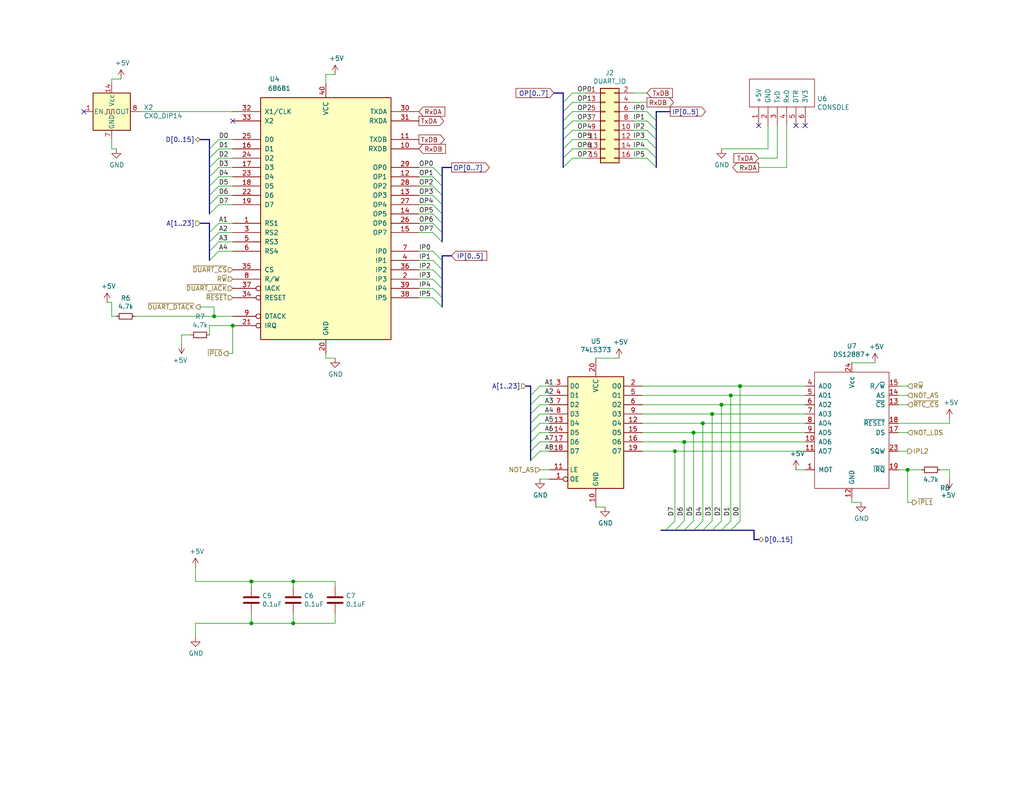
<source format=kicad_sch>
(kicad_sch (version 20211123) (generator eeschema)
  (paper "USLetter")
  (lib_symbols
    (symbol "74xx:74LS373"
      (property "Reference" "U" (at -7.62 16.51 0))
      (property "Value" "74LS373" (at -7.62 -16.51 0))
      (symbol "74LS373_1_0"
        (pin input inverted (at -12.7 -12.7 0) (length 5.08) (name "OE") (number "1"))
        (pin power_in line (at 0 -20.32 90) (length 5.08) (name "GND") (number "10"))
        (pin input line (at -12.7 -10.16 0) (length 5.08) (name "LE") (number "11"))
        (pin tri_state line (at 12.7 2.54 180) (length 5.08) (name "O4") (number "12"))
        (pin input line (at -12.7 2.54 0) (length 5.08) (name "D4") (number "13"))
        (pin input line (at -12.7 0 0) (length 5.08) (name "D5") (number "14"))
        (pin tri_state line (at 12.7 0 180) (length 5.08) (name "O5") (number "15"))
        (pin tri_state line (at 12.7 -2.54 180) (length 5.08) (name "O6") (number "16"))
        (pin input line (at -12.7 -2.54 0) (length 5.08) (name "D6") (number "17"))
        (pin input line (at -12.7 -5.08 0) (length 5.08) (name "D7") (number "18"))
        (pin tri_state line (at 12.7 -5.08 180) (length 5.08) (name "O7") (number "19"))
        (pin tri_state line (at 12.7 12.7 180) (length 5.08) (name "O0") (number "2"))
        (pin power_in line (at 0 20.32 270) (length 5.08) (name "VCC") (number "20"))
        (pin input line (at -12.7 12.7 0) (length 5.08) (name "D0") (number "3"))
        (pin input line (at -12.7 10.16 0) (length 5.08) (name "D1") (number "4"))
        (pin tri_state line (at 12.7 10.16 180) (length 5.08) (name "O1") (number "5"))
        (pin tri_state line (at 12.7 7.62 180) (length 5.08) (name "O2") (number "6"))
        (pin input line (at -12.7 7.62 0) (length 5.08) (name "D2") (number "7"))
        (pin input line (at -12.7 5.08 0) (length 5.08) (name "D3") (number "8"))
        (pin tri_state line (at 12.7 5.08 180) (length 5.08) (name "O3") (number "9"))
      )
      (symbol "74LS373_1_1"
        (rectangle (start -7.62 15.24) (end 7.62 -15.24) (stroke (width 0.254)) (fill (type background)))
      )
    )
    (symbol "Connector_Generic:Conn_02x08_Odd_Even" (pin_names (offset 1.016) hide)
      (property "Reference" "J" (at 1.27 10.16 0))
      (property "Value" "Conn_02x08_Odd_Even" (at 1.27 -12.7 0))
      (symbol "Conn_02x08_Odd_Even_1_1"
        (rectangle (start -1.27 -10.033) (end 0 -10.287) (stroke (width 0.1524)))
        (rectangle (start -1.27 -7.493) (end 0 -7.747) (stroke (width 0.1524)))
        (rectangle (start -1.27 -4.953) (end 0 -5.207) (stroke (width 0.1524)))
        (rectangle (start -1.27 -2.413) (end 0 -2.667) (stroke (width 0.1524)))
        (rectangle (start -1.27 0.127) (end 0 -0.127) (stroke (width 0.1524)))
        (rectangle (start -1.27 2.667) (end 0 2.413) (stroke (width 0.1524)))
        (rectangle (start -1.27 5.207) (end 0 4.953) (stroke (width 0.1524)))
        (rectangle (start -1.27 7.747) (end 0 7.493) (stroke (width 0.1524)))
        (rectangle (start -1.27 8.89) (end 3.81 -11.43) (stroke (width 0.254)) (fill (type background)))
        (rectangle (start 3.81 -10.033) (end 2.54 -10.287) (stroke (width 0.1524)))
        (rectangle (start 3.81 -7.493) (end 2.54 -7.747) (stroke (width 0.1524)))
        (rectangle (start 3.81 -4.953) (end 2.54 -5.207) (stroke (width 0.1524)))
        (rectangle (start 3.81 -2.413) (end 2.54 -2.667) (stroke (width 0.1524)))
        (rectangle (start 3.81 0.127) (end 2.54 -0.127) (stroke (width 0.1524)))
        (rectangle (start 3.81 2.667) (end 2.54 2.413) (stroke (width 0.1524)))
        (rectangle (start 3.81 5.207) (end 2.54 4.953) (stroke (width 0.1524)))
        (rectangle (start 3.81 7.747) (end 2.54 7.493) (stroke (width 0.1524)))
        (pin passive line (at -5.08 7.62 0) (length 3.81) (name "Pin_1") (number "1"))
        (pin passive line (at 7.62 -2.54 180) (length 3.81) (name "Pin_10") (number "10"))
        (pin passive line (at -5.08 -5.08 0) (length 3.81) (name "Pin_11") (number "11"))
        (pin passive line (at 7.62 -5.08 180) (length 3.81) (name "Pin_12") (number "12"))
        (pin passive line (at -5.08 -7.62 0) (length 3.81) (name "Pin_13") (number "13"))
        (pin passive line (at 7.62 -7.62 180) (length 3.81) (name "Pin_14") (number "14"))
        (pin passive line (at -5.08 -10.16 0) (length 3.81) (name "Pin_15") (number "15"))
        (pin passive line (at 7.62 -10.16 180) (length 3.81) (name "Pin_16") (number "16"))
        (pin passive line (at 7.62 7.62 180) (length 3.81) (name "Pin_2") (number "2"))
        (pin passive line (at -5.08 5.08 0) (length 3.81) (name "Pin_3") (number "3"))
        (pin passive line (at 7.62 5.08 180) (length 3.81) (name "Pin_4") (number "4"))
        (pin passive line (at -5.08 2.54 0) (length 3.81) (name "Pin_5") (number "5"))
        (pin passive line (at 7.62 2.54 180) (length 3.81) (name "Pin_6") (number "6"))
        (pin passive line (at -5.08 0 0) (length 3.81) (name "Pin_7") (number "7"))
        (pin passive line (at 7.62 0 180) (length 3.81) (name "Pin_8") (number "8"))
        (pin passive line (at -5.08 -2.54 0) (length 3.81) (name "Pin_9") (number "9"))
      )
    )
    (symbol "Device:C" (pin_numbers hide) (pin_names (offset 0.254))
      (property "Reference" "C" (at 0.635 2.54 0))
      (property "Value" "C" (at 0.635 -2.54 0))
      (symbol "C_0_1"
        (polyline (pts (xy -2.032 -0.762) (xy 2.032 -0.762)) (stroke (width 0.508)))
        (polyline (pts (xy -2.032 0.762) (xy 2.032 0.762)) (stroke (width 0.508)))
      )
      (symbol "C_1_1"
        (pin passive line (at 0 3.81 270) (length 2.794) (name "~") (number "1"))
        (pin passive line (at 0 -3.81 90) (length 2.794) (name "~") (number "2"))
      )
    )
    (symbol "Device:R_Small" (pin_numbers hide) (pin_names (offset 0.254) hide)
      (property "Reference" "R" (at 0.762 0.508 0))
      (property "Value" "R_Small" (at 0.762 -1.016 0))
      (symbol "R_Small_0_1"
        (rectangle (start -0.762 1.778) (end 0.762 -1.778) (stroke (width 0.2032)))
      )
      (symbol "R_Small_1_1"
        (pin passive line (at 0 2.54 270) (length 0.762) (name "~") (number "1"))
        (pin passive line (at 0 -2.54 90) (length 0.762) (name "~") (number "2"))
      )
    )
    (symbol "Interface:68681" (pin_names (offset 1.016))
      (property "Reference" "U" (at 0 3.81 0))
      (property "Value" "68681" (at 0 -2.54 0))
      (symbol "68681_0_1"
        (rectangle (start -17.78 -31.75) (end 17.78 34.29) (stroke (width 0.254)) (fill (type background)))
      )
      (symbol "68681_1_1"
        (pin input line (at -25.4 0 0) (length 7.62) (name "RS1") (number "1"))
        (pin input line (at 25.4 20.32 180) (length 7.62) (name "RXDB") (number "10"))
        (pin output line (at 25.4 22.86 180) (length 7.62) (name "TXDB") (number "11"))
        (pin output line (at 25.4 12.7 180) (length 7.62) (name "OP1") (number "12"))
        (pin output line (at 25.4 7.62 180) (length 7.62) (name "OP3") (number "13"))
        (pin output line (at 25.4 2.54 180) (length 7.62) (name "OP5") (number "14"))
        (pin output line (at 25.4 -2.54 180) (length 7.62) (name "OP7") (number "15"))
        (pin tri_state line (at -25.4 20.32 0) (length 7.62) (name "D1") (number "16"))
        (pin tri_state line (at -25.4 15.24 0) (length 7.62) (name "D3") (number "17"))
        (pin tri_state line (at -25.4 10.16 0) (length 7.62) (name "D5") (number "18"))
        (pin tri_state line (at -25.4 5.08 0) (length 7.62) (name "D7") (number "19"))
        (pin input line (at 25.4 -15.24 180) (length 7.62) (name "IP3") (number "2"))
        (pin power_in line (at 0 -35.56 90) (length 3.81) (name "GND") (number "20"))
        (pin output inverted (at -25.4 -27.94 0) (length 7.62) (name "IRQ") (number "21"))
        (pin tri_state line (at -25.4 7.62 0) (length 7.62) (name "D6") (number "22"))
        (pin tri_state line (at -25.4 12.7 0) (length 7.62) (name "D4") (number "23"))
        (pin tri_state line (at -25.4 17.78 0) (length 7.62) (name "D2") (number "24"))
        (pin tri_state line (at -25.4 22.86 0) (length 7.62) (name "D0") (number "25"))
        (pin output line (at 25.4 0 180) (length 7.62) (name "OP6") (number "26"))
        (pin output line (at 25.4 5.08 180) (length 7.62) (name "OP4") (number "27"))
        (pin output line (at 25.4 10.16 180) (length 7.62) (name "OP2") (number "28"))
        (pin output line (at 25.4 15.24 180) (length 7.62) (name "OP0") (number "29"))
        (pin input line (at -25.4 -2.54 0) (length 7.62) (name "RS2") (number "3"))
        (pin output line (at 25.4 30.48 180) (length 7.62) (name "TXDA") (number "30"))
        (pin input line (at 25.4 27.94 180) (length 7.62) (name "RXDA") (number "31"))
        (pin input line (at -25.4 30.48 0) (length 7.62) (name "X1/CLK") (number "32"))
        (pin input line (at -25.4 27.94 0) (length 7.62) (name "X2") (number "33"))
        (pin input inverted (at -25.4 -20.32 0) (length 7.62) (name "RESET") (number "34"))
        (pin input line (at -25.4 -12.7 0) (length 7.62) (name "CS") (number "35"))
        (pin input line (at 25.4 -12.7 180) (length 7.62) (name "IP2") (number "36"))
        (pin input inverted (at -25.4 -17.78 0) (length 7.62) (name "IACK") (number "37"))
        (pin input line (at 25.4 -20.32 180) (length 7.62) (name "IP5") (number "38"))
        (pin input line (at 25.4 -17.78 180) (length 7.62) (name "IP4") (number "39"))
        (pin input line (at 25.4 -10.16 180) (length 7.62) (name "IP1") (number "4"))
        (pin power_in line (at 0 38.1 270) (length 3.81) (name "VCC") (number "40"))
        (pin input line (at -25.4 -5.08 0) (length 7.62) (name "RS3") (number "5"))
        (pin input line (at -25.4 -7.62 0) (length 7.62) (name "RS4") (number "6"))
        (pin input line (at 25.4 -7.62 180) (length 7.62) (name "IP0") (number "7"))
        (pin input line (at -25.4 -15.24 0) (length 7.62) (name "R/W") (number "8"))
        (pin open_collector inverted (at -25.4 -25.4 0) (length 7.62) (name "DTACK") (number "9"))
      )
    )
    (symbol "Oscillator:CXO_DIP14" (pin_names (offset 0.254))
      (property "Reference" "X" (at -5.08 6.35 0))
      (property "Value" "CXO_DIP14" (at 1.27 -6.35 0))
      (symbol "CXO_DIP14_0_1"
        (rectangle (start -5.08 5.08) (end 5.08 -5.08) (stroke (width 0.254)) (fill (type background)))
        (polyline (pts (xy -1.905 -0.635) (xy -1.27 -0.635) (xy -1.27 0.635) (xy -0.635 0.635) (xy -0.635 -0.635) (xy 0 -0.635) (xy 0 0.635) (xy 0.635 0.635) (xy 0.635 -0.635)))
      )
      (symbol "CXO_DIP14_1_1"
        (pin input line (at -7.62 0 0) (length 2.54) (name "EN") (number "1"))
        (pin power_in line (at 0 7.62 270) (length 2.54) (name "Vcc") (number "14"))
        (pin power_in line (at 0 -7.62 90) (length 2.54) (name "GND") (number "7"))
        (pin output line (at 7.62 0 180) (length 2.54) (name "OUT") (number "8"))
      )
    )
    (symbol "custom:CP2102_Breakout" (pin_names (offset 1.016))
      (property "Reference" "U" (at -2.54 10.16 0))
      (property "Value" "CP2102_Breakout" (at -1.27 7.62 0))
      (symbol "CP2102_Breakout_0_1"
        (rectangle (start -10.16 6.35) (end 7.62 -1.27))
      )
      (symbol "CP2102_Breakout_1_1"
        (pin power_in line (at -7.62 -6.35 90) (length 5.08) (name "+5V") (number "1"))
        (pin power_in line (at -5.08 -6.35 90) (length 5.08) (name "GND") (number "2"))
        (pin output line (at -2.54 -6.35 90) (length 5.08) (name "TxD") (number "3"))
        (pin input line (at 0 -6.35 90) (length 5.08) (name "RxD") (number "4"))
        (pin output line (at 2.54 -6.35 90) (length 5.08) (name "DTR") (number "5"))
        (pin power_in line (at 5.08 -6.35 90) (length 5.08) (name "3V3") (number "6"))
      )
    )
    (symbol "custom:DS12887+" (pin_names (offset 1.016))
      (property "Reference" "U" (at 3.81 21.59 0))
      (property "Value" "DS12887+" (at 7.62 19.05 0))
      (symbol "DS12887+_0_1"
        (rectangle (start -10.16 16.51) (end 10.16 -15.24))
      )
      (symbol "DS12887+_1_1"
        (pin input line (at -12.7 -10.16 0) (length 2.54) (name "MOT") (number "1"))
        (pin bidirectional line (at -12.7 -2.54 0) (length 2.54) (name "AD6") (number "10"))
        (pin bidirectional line (at -12.7 -5.08 0) (length 2.54) (name "AD7") (number "11"))
        (pin power_in line (at 0 -17.78 90) (length 2.54) (name "GND") (number "12"))
        (pin input line (at 12.7 7.62 180) (length 2.54) (name "~{CS}") (number "13"))
        (pin input line (at 12.7 10.16 180) (length 2.54) (name "AS") (number "14"))
        (pin input line (at 12.7 12.7 180) (length 2.54) (name "R/~{W}") (number "15"))
        (pin input line (at 12.7 0 180) (length 2.54) (name "DS") (number "17"))
        (pin input line (at 12.7 2.54 180) (length 2.54) (name "~{RESET}") (number "18"))
        (pin output line (at 12.7 -10.16 180) (length 2.54) (name "~{IRQ}") (number "19"))
        (pin output line (at 12.7 -5.08 180) (length 2.54) (name "SQW") (number "23"))
        (pin power_in line (at 0 19.05 270) (length 2.54) (name "Vcc") (number "24"))
        (pin bidirectional line (at -12.7 12.7 0) (length 2.54) (name "AD0") (number "4"))
        (pin bidirectional line (at -12.7 10.16 0) (length 2.54) (name "AD1") (number "5"))
        (pin bidirectional line (at -12.7 7.62 0) (length 2.54) (name "AD2") (number "6"))
        (pin bidirectional line (at -12.7 5.08 0) (length 2.54) (name "AD3") (number "7"))
        (pin bidirectional line (at -12.7 2.54 0) (length 2.54) (name "AD4") (number "8"))
        (pin bidirectional line (at -12.7 0 0) (length 2.54) (name "AD5") (number "9"))
      )
    )
    (symbol "power:+5V" (power) (pin_names (offset 0))
      (property "Value" "+5V" (at 0 3.556 0))
      (symbol "+5V_0_1"
        (polyline (pts (xy -0.762 1.27) (xy 0 2.54)))
        (polyline (pts (xy 0 0) (xy 0 2.54)))
        (polyline (pts (xy 0 2.54) (xy 0.762 1.27)))
      )
      (symbol "+5V_1_1"
        (pin power_in line (at 0 0 90) (length 0) hide (name "+5V") (number "1"))
      )
    )
    (symbol "power:GND" (power) (pin_names (offset 0))
      (property "Value" "GND" (at 0 -3.81 0))
      (symbol "GND_0_1"
        (polyline (pts (xy 0 0) (xy 0 -1.27) (xy 1.27 -1.27) (xy 0 -2.54) (xy -1.27 -1.27) (xy 0 -1.27)))
      )
      (symbol "GND_1_1"
        (pin power_in line (at 0 0 270) (length 0) hide (name "GND") (number "1"))
      )
    )
  )
  (junction (at 80.01 170.18))
  (junction (at 201.93 105.41))
  (junction (at 68.58 158.75))
  (junction (at 199.39 107.95))
  (junction (at 194.31 113.03))
  (junction (at 189.23 118.11))
  (junction (at 80.01 158.75))
  (junction (at 247.65 128.27))
  (junction (at 196.85 110.49))
  (junction (at 58.42 86.36))
  (junction (at 184.15 123.19))
  (junction (at 68.58 170.18))
  (junction (at 186.69 120.65))
  (junction (at 191.77 115.57))
  (junction (at 63.5 88.9))
  (no_connect (at 22.86 30.48))
  (no_connect (at 63.5 33.02))
  (no_connect (at 207.01 34.29))
  (no_connect (at 219.71 34.29))
  (no_connect (at 217.17 34.29))
  (bus_entry (at 147.32 118.11) (size -2.54 2.54))
  (bus_entry (at 156.21 27.94) (size -2.54 2.54))
  (bus_entry (at 147.32 105.41) (size -2.54 2.54))
  (bus_entry (at 176.53 40.64) (size 2.54 2.54))
  (bus_entry (at 59.69 45.72) (size -2.54 2.54))
  (bus_entry (at 156.21 30.48) (size -2.54 2.54))
  (bus_entry (at 118.11 58.42) (size 2.54 2.54))
  (bus_entry (at 118.11 63.5) (size 2.54 2.54))
  (bus_entry (at 147.32 123.19) (size -2.54 2.54))
  (bus_entry (at 156.21 25.4) (size -2.54 2.54))
  (bus_entry (at 118.11 50.8) (size 2.54 2.54))
  (bus_entry (at 118.11 71.12) (size 2.54 2.54))
  (bus_entry (at 118.11 68.58) (size 2.54 2.54))
  (bus_entry (at 176.53 38.1) (size 2.54 2.54))
  (bus_entry (at 59.69 48.26) (size -2.54 2.54))
  (bus_entry (at 118.11 45.72) (size 2.54 2.54))
  (bus_entry (at 156.21 38.1) (size -2.54 2.54))
  (bus_entry (at 147.32 115.57) (size -2.54 2.54))
  (bus_entry (at 176.53 33.02) (size 2.54 2.54))
  (bus_entry (at 189.23 144.78) (size 2.54 -2.54))
  (bus_entry (at 118.11 81.28) (size 2.54 2.54))
  (bus_entry (at 59.69 43.18) (size -2.54 2.54))
  (bus_entry (at 118.11 76.2) (size 2.54 2.54))
  (bus_entry (at 59.69 40.64) (size -2.54 2.54))
  (bus_entry (at 147.32 107.95) (size -2.54 2.54))
  (bus_entry (at 59.69 55.88) (size -2.54 2.54))
  (bus_entry (at 147.32 113.03) (size -2.54 2.54))
  (bus_entry (at 59.69 68.58) (size -2.54 2.54))
  (bus_entry (at 147.32 110.49) (size -2.54 2.54))
  (bus_entry (at 59.69 50.8) (size -2.54 2.54))
  (bus_entry (at 59.69 38.1) (size -2.54 2.54))
  (bus_entry (at 156.21 40.64) (size -2.54 2.54))
  (bus_entry (at 59.69 53.34) (size -2.54 2.54))
  (bus_entry (at 176.53 43.18) (size 2.54 2.54))
  (bus_entry (at 118.11 55.88) (size 2.54 2.54))
  (bus_entry (at 156.21 35.56) (size -2.54 2.54))
  (bus_entry (at 156.21 33.02) (size -2.54 2.54))
  (bus_entry (at 181.61 144.78) (size 2.54 -2.54))
  (bus_entry (at 118.11 48.26) (size 2.54 2.54))
  (bus_entry (at 118.11 73.66) (size 2.54 2.54))
  (bus_entry (at 194.31 144.78) (size 2.54 -2.54))
  (bus_entry (at 59.69 60.96) (size -2.54 2.54))
  (bus_entry (at 118.11 60.96) (size 2.54 2.54))
  (bus_entry (at 191.77 144.78) (size 2.54 -2.54))
  (bus_entry (at 176.53 35.56) (size 2.54 2.54))
  (bus_entry (at 176.53 30.48) (size 2.54 2.54))
  (bus_entry (at 186.69 144.78) (size 2.54 -2.54))
  (bus_entry (at 184.15 144.78) (size 2.54 -2.54))
  (bus_entry (at 199.39 144.78) (size 2.54 -2.54))
  (bus_entry (at 118.11 78.74) (size 2.54 2.54))
  (bus_entry (at 59.69 66.04) (size -2.54 2.54))
  (bus_entry (at 147.32 120.65) (size -2.54 2.54))
  (bus_entry (at 196.85 144.78) (size 2.54 -2.54))
  (bus_entry (at 118.11 53.34) (size 2.54 2.54))
  (bus_entry (at 59.69 63.5) (size -2.54 2.54))
  (bus_entry (at 156.21 43.18) (size -2.54 2.54))
  (wire (pts (xy 63.5 88.9) (xy 57.15 88.9)))
  (bus (pts (xy 153.67 38.1) (xy 153.67 40.64)))
  (wire (pts (xy 63.5 45.72) (xy 59.69 45.72)))
  (wire (pts (xy 172.72 38.1) (xy 176.53 38.1)))
  (bus (pts (xy 153.67 43.18) (xy 153.67 45.72)))
  (wire (pts (xy 31.75 86.36) (xy 30.48 86.36)))
  (wire (pts (xy 57.15 88.9) (xy 57.15 91.44)))
  (bus (pts (xy 57.15 43.18) (xy 57.15 45.72)))
  (wire (pts (xy 256.54 128.27) (xy 259.08 128.27)))
  (bus (pts (xy 179.07 38.1) (xy 179.07 40.64)))
  (wire (pts (xy 49.53 91.44) (xy 52.07 91.44)))
  (wire (pts (xy 196.85 110.49) (xy 219.71 110.49)))
  (wire (pts (xy 88.9 96.52) (xy 88.9 97.79)))
  (wire (pts (xy 199.39 142.24) (xy 199.39 107.95)))
  (wire (pts (xy 149.86 110.49) (xy 147.32 110.49)))
  (wire (pts (xy 191.77 142.24) (xy 191.77 115.57)))
  (wire (pts (xy 149.86 115.57) (xy 147.32 115.57)))
  (wire (pts (xy 175.26 110.49) (xy 196.85 110.49)))
  (bus (pts (xy 144.78 113.03) (xy 144.78 115.57)))
  (bus (pts (xy 179.07 40.64) (xy 179.07 43.18)))
  (wire (pts (xy 172.72 30.48) (xy 176.53 30.48)))
  (wire (pts (xy 172.72 43.18) (xy 176.53 43.18)))
  (bus (pts (xy 57.15 45.72) (xy 57.15 48.26)))
  (bus (pts (xy 144.78 110.49) (xy 144.78 113.03)))
  (wire (pts (xy 91.44 160.02) (xy 91.44 158.75)))
  (wire (pts (xy 147.32 130.81) (xy 149.86 130.81)))
  (wire (pts (xy 162.56 138.43) (xy 165.1 138.43)))
  (bus (pts (xy 57.15 60.96) (xy 54.61 60.96)))
  (wire (pts (xy 172.72 25.4) (xy 176.53 25.4)))
  (bus (pts (xy 120.65 71.12) (xy 120.65 73.66)))
  (wire (pts (xy 184.15 123.19) (xy 219.71 123.19)))
  (wire (pts (xy 172.72 35.56) (xy 176.53 35.56)))
  (wire (pts (xy 53.34 170.18) (xy 68.58 170.18)))
  (wire (pts (xy 63.5 60.96) (xy 59.69 60.96)))
  (wire (pts (xy 63.5 43.18) (xy 59.69 43.18)))
  (bus (pts (xy 205.74 144.78) (xy 205.74 147.32)))
  (wire (pts (xy 53.34 158.75) (xy 68.58 158.75)))
  (bus (pts (xy 120.65 69.85) (xy 120.65 71.12)))
  (wire (pts (xy 63.5 96.52) (xy 62.23 96.52)))
  (wire (pts (xy 212.09 34.29) (xy 212.09 43.18)))
  (wire (pts (xy 201.93 105.41) (xy 219.71 105.41)))
  (wire (pts (xy 59.69 66.04) (xy 63.5 66.04)))
  (wire (pts (xy 184.15 142.24) (xy 184.15 123.19)))
  (bus (pts (xy 153.67 35.56) (xy 153.67 38.1)))
  (wire (pts (xy 160.02 43.18) (xy 156.21 43.18)))
  (wire (pts (xy 175.26 115.57) (xy 191.77 115.57)))
  (bus (pts (xy 153.67 27.94) (xy 153.67 30.48)))
  (bus (pts (xy 179.07 33.02) (xy 179.07 35.56)))
  (wire (pts (xy 114.3 71.12) (xy 118.11 71.12)))
  (wire (pts (xy 245.11 115.57) (xy 259.08 115.57)))
  (wire (pts (xy 36.83 86.36) (xy 58.42 86.36)))
  (wire (pts (xy 175.26 105.41) (xy 201.93 105.41)))
  (wire (pts (xy 194.31 142.24) (xy 194.31 113.03)))
  (wire (pts (xy 232.41 99.06) (xy 238.76 99.06)))
  (wire (pts (xy 196.85 40.64) (xy 209.55 40.64)))
  (wire (pts (xy 247.65 110.49) (xy 245.11 110.49)))
  (wire (pts (xy 201.93 142.24) (xy 201.93 105.41)))
  (bus (pts (xy 180.34 144.78) (xy 181.61 144.78)))
  (wire (pts (xy 234.95 137.16) (xy 232.41 137.16)))
  (bus (pts (xy 120.65 53.34) (xy 120.65 55.88)))
  (wire (pts (xy 172.72 27.94) (xy 176.53 27.94)))
  (wire (pts (xy 114.3 60.96) (xy 118.11 60.96)))
  (bus (pts (xy 144.78 105.41) (xy 144.78 107.95)))
  (bus (pts (xy 144.78 105.41) (xy 143.51 105.41)))
  (wire (pts (xy 259.08 115.57) (xy 259.08 114.3)))
  (wire (pts (xy 63.5 63.5) (xy 59.69 63.5)))
  (bus (pts (xy 199.39 144.78) (xy 205.74 144.78)))
  (wire (pts (xy 247.65 105.41) (xy 245.11 105.41)))
  (wire (pts (xy 247.65 128.27) (xy 247.65 137.16)))
  (wire (pts (xy 29.21 82.55) (xy 30.48 82.55)))
  (bus (pts (xy 57.15 38.1) (xy 54.61 38.1)))
  (wire (pts (xy 199.39 107.95) (xy 219.71 107.95)))
  (bus (pts (xy 120.65 50.8) (xy 120.65 53.34)))
  (wire (pts (xy 63.5 48.26) (xy 59.69 48.26)))
  (wire (pts (xy 59.69 68.58) (xy 63.5 68.58)))
  (wire (pts (xy 30.48 38.1) (xy 30.48 40.64)))
  (wire (pts (xy 149.86 105.41) (xy 147.32 105.41)))
  (wire (pts (xy 114.3 55.88) (xy 118.11 55.88)))
  (wire (pts (xy 160.02 30.48) (xy 156.21 30.48)))
  (bus (pts (xy 120.65 69.85) (xy 123.19 69.85)))
  (bus (pts (xy 184.15 144.78) (xy 186.69 144.78)))
  (wire (pts (xy 212.09 43.18) (xy 207.01 43.18)))
  (wire (pts (xy 175.26 107.95) (xy 199.39 107.95)))
  (wire (pts (xy 80.01 160.02) (xy 80.01 158.75)))
  (wire (pts (xy 114.3 53.34) (xy 118.11 53.34)))
  (wire (pts (xy 54.61 83.82) (xy 58.42 83.82)))
  (bus (pts (xy 57.15 66.04) (xy 57.15 68.58)))
  (wire (pts (xy 149.86 113.03) (xy 147.32 113.03)))
  (bus (pts (xy 120.65 63.5) (xy 120.65 66.04)))
  (bus (pts (xy 120.65 45.72) (xy 120.65 48.26)))
  (wire (pts (xy 58.42 83.82) (xy 58.42 86.36)))
  (wire (pts (xy 160.02 35.56) (xy 156.21 35.56)))
  (wire (pts (xy 196.85 142.24) (xy 196.85 110.49)))
  (wire (pts (xy 114.3 81.28) (xy 118.11 81.28)))
  (wire (pts (xy 91.44 20.32) (xy 88.9 20.32)))
  (wire (pts (xy 160.02 25.4) (xy 156.21 25.4)))
  (bus (pts (xy 57.15 55.88) (xy 57.15 58.42)))
  (bus (pts (xy 57.15 40.64) (xy 57.15 43.18)))
  (wire (pts (xy 49.53 93.98) (xy 49.53 91.44)))
  (wire (pts (xy 214.63 45.72) (xy 207.01 45.72)))
  (bus (pts (xy 120.65 45.72) (xy 123.19 45.72)))
  (wire (pts (xy 114.3 78.74) (xy 118.11 78.74)))
  (bus (pts (xy 57.15 53.34) (xy 57.15 55.88)))
  (wire (pts (xy 38.1 30.48) (xy 63.5 30.48)))
  (wire (pts (xy 259.08 130.81) (xy 259.08 128.27)))
  (wire (pts (xy 30.48 21.59) (xy 33.02 21.59)))
  (wire (pts (xy 214.63 34.29) (xy 214.63 45.72)))
  (wire (pts (xy 149.86 107.95) (xy 147.32 107.95)))
  (bus (pts (xy 120.65 58.42) (xy 120.65 60.96)))
  (wire (pts (xy 30.48 22.86) (xy 30.48 21.59)))
  (bus (pts (xy 120.65 81.28) (xy 120.65 83.82)))
  (wire (pts (xy 114.3 58.42) (xy 118.11 58.42)))
  (bus (pts (xy 57.15 38.1) (xy 57.15 40.64)))
  (wire (pts (xy 68.58 158.75) (xy 80.01 158.75)))
  (wire (pts (xy 175.26 120.65) (xy 186.69 120.65)))
  (wire (pts (xy 63.5 50.8) (xy 59.69 50.8)))
  (wire (pts (xy 149.86 120.65) (xy 147.32 120.65)))
  (bus (pts (xy 153.67 25.4) (xy 151.13 25.4)))
  (wire (pts (xy 30.48 82.55) (xy 30.48 86.36)))
  (wire (pts (xy 68.58 167.64) (xy 68.58 170.18)))
  (wire (pts (xy 160.02 38.1) (xy 156.21 38.1)))
  (wire (pts (xy 209.55 34.29) (xy 209.55 40.64)))
  (wire (pts (xy 232.41 137.16) (xy 232.41 135.89)))
  (bus (pts (xy 144.78 120.65) (xy 144.78 123.19)))
  (wire (pts (xy 245.11 128.27) (xy 247.65 128.27)))
  (wire (pts (xy 88.9 97.79) (xy 91.44 97.79)))
  (bus (pts (xy 153.67 25.4) (xy 153.67 27.94)))
  (bus (pts (xy 179.07 43.18) (xy 179.07 45.72)))
  (wire (pts (xy 247.65 137.16) (xy 248.92 137.16)))
  (wire (pts (xy 186.69 142.24) (xy 186.69 120.65)))
  (wire (pts (xy 68.58 160.02) (xy 68.58 158.75)))
  (wire (pts (xy 160.02 27.94) (xy 156.21 27.94)))
  (bus (pts (xy 120.65 55.88) (xy 120.65 58.42)))
  (bus (pts (xy 189.23 144.78) (xy 191.77 144.78)))
  (bus (pts (xy 57.15 68.58) (xy 57.15 71.12)))
  (bus (pts (xy 120.65 73.66) (xy 120.65 76.2)))
  (wire (pts (xy 217.17 128.27) (xy 219.71 128.27)))
  (wire (pts (xy 114.3 50.8) (xy 118.11 50.8)))
  (wire (pts (xy 80.01 167.64) (xy 80.01 170.18)))
  (wire (pts (xy 186.69 120.65) (xy 219.71 120.65)))
  (bus (pts (xy 120.65 78.74) (xy 120.65 81.28)))
  (wire (pts (xy 91.44 167.64) (xy 91.44 170.18)))
  (wire (pts (xy 160.02 40.64) (xy 156.21 40.64)))
  (wire (pts (xy 63.5 55.88) (xy 59.69 55.88)))
  (bus (pts (xy 120.65 60.96) (xy 120.65 63.5)))
  (bus (pts (xy 194.31 144.78) (xy 196.85 144.78)))
  (wire (pts (xy 53.34 154.94) (xy 53.34 158.75)))
  (bus (pts (xy 179.07 30.48) (xy 179.07 33.02)))
  (bus (pts (xy 57.15 63.5) (xy 57.15 66.04)))
  (wire (pts (xy 30.48 40.64) (xy 31.75 40.64)))
  (bus (pts (xy 205.74 147.32) (xy 207.01 147.32)))
  (wire (pts (xy 114.3 63.5) (xy 118.11 63.5)))
  (wire (pts (xy 63.5 40.64) (xy 59.69 40.64)))
  (wire (pts (xy 175.26 113.03) (xy 194.31 113.03)))
  (wire (pts (xy 245.11 123.19) (xy 247.65 123.19)))
  (wire (pts (xy 175.26 118.11) (xy 189.23 118.11)))
  (wire (pts (xy 68.58 170.18) (xy 80.01 170.18)))
  (wire (pts (xy 58.42 86.36) (xy 63.5 86.36)))
  (bus (pts (xy 120.65 76.2) (xy 120.65 78.74)))
  (wire (pts (xy 172.72 33.02) (xy 176.53 33.02)))
  (wire (pts (xy 149.86 118.11) (xy 147.32 118.11)))
  (wire (pts (xy 80.01 170.18) (xy 91.44 170.18)))
  (wire (pts (xy 175.26 123.19) (xy 184.15 123.19)))
  (bus (pts (xy 153.67 40.64) (xy 153.67 43.18)))
  (wire (pts (xy 114.3 76.2) (xy 118.11 76.2)))
  (wire (pts (xy 189.23 142.24) (xy 189.23 118.11)))
  (wire (pts (xy 63.5 53.34) (xy 59.69 53.34)))
  (bus (pts (xy 153.67 33.02) (xy 153.67 35.56)))
  (bus (pts (xy 144.78 115.57) (xy 144.78 118.11)))
  (wire (pts (xy 53.34 170.18) (xy 53.34 173.99)))
  (bus (pts (xy 57.15 60.96) (xy 57.15 63.5)))
  (wire (pts (xy 114.3 68.58) (xy 118.11 68.58)))
  (wire (pts (xy 194.31 113.03) (xy 219.71 113.03)))
  (wire (pts (xy 189.23 118.11) (xy 219.71 118.11)))
  (bus (pts (xy 186.69 144.78) (xy 189.23 144.78)))
  (bus (pts (xy 153.67 30.48) (xy 153.67 33.02)))
  (bus (pts (xy 179.07 35.56) (xy 179.07 38.1)))
  (wire (pts (xy 162.56 97.79) (xy 168.91 97.79)))
  (bus (pts (xy 196.85 144.78) (xy 199.39 144.78)))
  (wire (pts (xy 247.65 118.11) (xy 245.11 118.11)))
  (wire (pts (xy 63.5 38.1) (xy 59.69 38.1)))
  (wire (pts (xy 191.77 115.57) (xy 219.71 115.57)))
  (bus (pts (xy 120.65 48.26) (xy 120.65 50.8)))
  (wire (pts (xy 80.01 158.75) (xy 91.44 158.75)))
  (wire (pts (xy 160.02 33.02) (xy 156.21 33.02)))
  (wire (pts (xy 114.3 48.26) (xy 118.11 48.26)))
  (bus (pts (xy 191.77 144.78) (xy 194.31 144.78)))
  (bus (pts (xy 144.78 118.11) (xy 144.78 120.65)))
  (wire (pts (xy 114.3 45.72) (xy 118.11 45.72)))
  (bus (pts (xy 144.78 107.95) (xy 144.78 110.49)))
  (wire (pts (xy 172.72 40.64) (xy 176.53 40.64)))
  (wire (pts (xy 88.9 22.86) (xy 88.9 20.32)))
  (bus (pts (xy 181.61 144.78) (xy 184.15 144.78)))
  (wire (pts (xy 147.32 128.27) (xy 149.86 128.27)))
  (bus (pts (xy 57.15 50.8) (xy 57.15 53.34)))
  (bus (pts (xy 57.15 48.26) (xy 57.15 50.8)))
  (bus (pts (xy 179.07 30.48) (xy 182.88 30.48)))
  (wire (pts (xy 149.86 123.19) (xy 147.32 123.19)))
  (wire (pts (xy 247.65 128.27) (xy 251.46 128.27)))
  (bus (pts (xy 144.78 123.19) (xy 144.78 125.73)))
  (wire (pts (xy 247.65 107.95) (xy 245.11 107.95)))
  (wire (pts (xy 63.5 88.9) (xy 63.5 96.52)))
  (wire (pts (xy 114.3 73.66) (xy 118.11 73.66)))
  (label "IP4" (at 114.3 78.74 0))
  (label "IP3" (at 172.72 38.1 0))
  (label "A1" (at 148.59 105.41 0))
  (label "A2" (at 148.59 107.95 0))
  (label "A6" (at 148.59 118.11 0))
  (label "OP1" (at 157.48 27.94 0))
  (label "OP4" (at 114.3 55.88 0))
  (label "A1" (at 59.69 60.96 0))
  (label "OP3" (at 114.3 53.34 0))
  (label "IP5" (at 172.72 43.18 0))
  (label "D7" (at 59.69 55.88 0))
  (label "A2" (at 59.69 63.5 0))
  (label "D0" (at 59.69 38.1 0))
  (label "OP4" (at 157.48 35.56 0))
  (label "OP0" (at 114.3 45.72 0))
  (label "OP2" (at 114.3 50.8 0))
  (label "OP6" (at 114.3 60.96 0))
  (label "OP7" (at 157.48 43.18 0))
  (label "A4" (at 59.69 68.58 0))
  (label "D1" (at 59.69 40.64 0))
  (label "OP7" (at 114.3 63.5 0))
  (label "D6" (at 186.69 140.97 90))
  (label "D2" (at 59.69 43.18 0))
  (label "D7" (at 184.15 140.97 90))
  (label "OP5" (at 157.48 38.1 0))
  (label "D5" (at 189.23 140.97 90))
  (label "A3" (at 148.59 110.49 0))
  (label "A7" (at 148.59 120.65 0))
  (label "A3" (at 59.69 66.04 0))
  (label "D0" (at 201.93 140.97 90))
  (label "D1" (at 199.39 140.97 90))
  (label "IP2" (at 172.72 35.56 0))
  (label "OP6" (at 157.48 40.64 0))
  (label "D4" (at 191.77 140.97 90))
  (label "OP5" (at 114.3 58.42 0))
  (label "OP0" (at 157.48 25.4 0))
  (label "A4" (at 148.59 113.03 0))
  (label "IP0" (at 172.72 30.48 0))
  (label "D3" (at 59.69 45.72 0))
  (label "IP2" (at 114.3 73.66 0))
  (label "IP3" (at 114.3 76.2 0))
  (label "IP1" (at 114.3 71.12 0))
  (label "D3" (at 194.31 140.97 90))
  (label "IP1" (at 172.72 33.02 0))
  (label "OP1" (at 114.3 48.26 0))
  (label "D6" (at 59.69 53.34 0))
  (label "A8" (at 148.59 123.19 0))
  (label "D5" (at 59.69 50.8 0))
  (label "IP0" (at 114.3 68.58 0))
  (label "OP3" (at 157.48 33.02 0))
  (label "OP2" (at 157.48 30.48 0))
  (label "D4" (at 59.69 48.26 0))
  (label "IP5" (at 114.3 81.28 0))
  (label "IP4" (at 172.72 40.64 0))
  (label "A5" (at 148.59 115.57 0))
  (label "D2" (at 196.85 140.97 90))
  (global_label "OP[0..7]" (shape output) (at 123.19 45.72 0) (property "Intersheet References" "${INTERSHEET_REFS}" (effects hide)))
  (global_label "RxDA" (shape output) (at 207.01 45.72 180) (property "Intersheet References" "${INTERSHEET_REFS}" (effects hide)))
  (global_label "IP[0..5]" (shape input) (at 123.19 69.85 0) (property "Intersheet References" "${INTERSHEET_REFS}" (effects hide)))
  (global_label "TxDB" (shape output) (at 114.3 38.1 0) (property "Intersheet References" "${INTERSHEET_REFS}" (effects hide)))
  (global_label "TxDA" (shape input) (at 207.01 43.18 180) (property "Intersheet References" "${INTERSHEET_REFS}" (effects hide)))
  (global_label "RxDA" (shape input) (at 114.3 30.48 0) (property "Intersheet References" "${INTERSHEET_REFS}" (effects hide)))
  (global_label "IP[0..5]" (shape output) (at 182.88 30.48 0) (property "Intersheet References" "${INTERSHEET_REFS}" (effects hide)))
  (global_label "TxDA" (shape output) (at 114.3 33.02 0) (property "Intersheet References" "${INTERSHEET_REFS}" (effects hide)))
  (global_label "RxDB" (shape output) (at 176.53 27.94 0) (property "Intersheet References" "${INTERSHEET_REFS}" (effects hide)))
  (global_label "RxDB" (shape input) (at 114.3 40.64 0) (property "Intersheet References" "${INTERSHEET_REFS}" (effects hide)))
  (global_label "OP[0..7]" (shape input) (at 151.13 25.4 180) (property "Intersheet References" "${INTERSHEET_REFS}" (effects hide)))
  (global_label "TxDB" (shape input) (at 176.53 25.4 0) (property "Intersheet References" "${INTERSHEET_REFS}" (effects hide)))
  (hierarchical_label "NOT_AS" (shape input) (at 147.32 128.27 180))
  (hierarchical_label "~{DUART_CS}" (shape input) (at 63.5 73.66 180))
  (hierarchical_label "NOT_LDS" (shape input) (at 247.65 118.11 0))
  (hierarchical_label "~{DUART_DTACK}" (shape output) (at 54.61 83.82 180))
  (hierarchical_label "A[1..23]" (shape input) (at 143.51 105.41 180))
  (hierarchical_label "D[0..15]" (shape bidirectional) (at 54.61 38.1 180))
  (hierarchical_label "~{IPL1}" (shape output) (at 248.92 137.16 0))
  (hierarchical_label "IPL2" (shape output) (at 247.65 123.19 0))
  (hierarchical_label "~{IPL0}" (shape output) (at 62.23 96.52 180))
  (hierarchical_label "NOT_AS" (shape input) (at 247.65 107.95 0))
  (hierarchical_label "R~{W}" (shape input) (at 247.65 105.41 0))
  (hierarchical_label "R~{W}" (shape input) (at 63.5 76.2 180))
  (hierarchical_label "A[1..23]" (shape input) (at 54.61 60.96 180))
  (hierarchical_label "~{RESET}" (shape input) (at 63.5 81.28 180))
  (hierarchical_label "D[0..15]" (shape bidirectional) (at 207.01 147.32 0))
  (hierarchical_label "~{RTC_CS}" (shape input) (at 247.65 110.49 0))
  (hierarchical_label "~{DUART_IACK}" (shape input) (at 63.5 78.74 180))
  (symbol (lib_id "Interface:68681") (at 88.9 60.96 0) (unit 1)
    (property "Reference" "U4" (at 74.93 21.59 0))
    (property "Value" "68681" (at 76.2 24.13 0))
    (property "Footprint" "Package_DIP:DIP-40_W25.4mm_Socket_LongPads" (effects hide))
  )
  (symbol (lib_id "custom:CP2102_Breakout") (at 214.63 27.94 0) (unit 1)
    (property "Reference" "U6" (at 222.9612 26.9748 0) (effects (justify left)))
    (property "Value" "CONSOLE" (at 222.9612 29.2862 0) (effects (justify left)))
    (property "Footprint" "Connector_PinHeader_2.54mm:PinHeader_1x06_P2.54mm_Vertical" (effects hide))
  )
  (symbol (lib_id "Oscillator:CXO_DIP14") (at 30.48 30.48 0) (unit 1)
    (property "Reference" "X2" (at 39.2176 29.3116 0) (effects (justify left)))
    (property "Value" "CXO_DIP14" (at 39.2176 31.623 0) (effects (justify left)))
    (property "Footprint" "Oscillator:Oscillator_DIP-14_LargePads" (effects hide))
    (property "Datasheet" "http://cdn-reichelt.de/documents/datenblatt/B400/OSZI.pdf" (effects hide))
  )
  (symbol (lib_id "Connector_Generic:Conn_02x08_Odd_Even") (at 165.1 33.02 0) (unit 1)
    (property "Reference" "J2" (at 166.37 19.8882 0))
    (property "Value" "DUART_IO" (at 166.37 22.1996 0))
    (property "Footprint" "Connector_PinHeader_2.54mm:PinHeader_2x08_P2.54mm_Vertical" (effects hide))
  )
  (symbol (lib_id "Device:C") (at 68.58 163.83 0) (unit 1)
    (property "Reference" "C5" (at 71.501 162.6616 0) (effects (justify left)))
    (property "Value" "0.1uF" (at 71.501 164.973 0) (effects (justify left)))
    (property "Footprint" "Capacitor_SMD:C_1206_3216Metric_Pad1.33x1.80mm_HandSolder" (effects hide))
    (property "LCSC" "C24497" (effects hide))
  )
  (symbol (lib_id "power:GND") (at 53.34 173.99 0) (unit 1)
    (property "Reference" "#PWR024" (effects hide))
    (property "Value" "GND" (at 53.467 178.3842 0))
  )
  (symbol (lib_id "power:+5V") (at 53.34 154.94 0) (unit 1)
    (property "Reference" "#PWR023" (effects hide))
    (property "Value" "+5V" (at 53.721 150.5458 0))
  )
  (symbol (lib_id "Device:R_Small") (at 34.29 86.36 270) (unit 1)
    (property "Reference" "R6" (at 34.29 81.3816 90))
    (property "Value" "4.7k" (at 34.29 83.693 90))
    (property "Footprint" "Resistor_SMD:R_1206_3216Metric_Pad1.30x1.75mm_HandSolder" (effects hide))
  )
  (symbol (lib_id "74xx:74LS373") (at 162.56 118.11 0) (unit 1)
    (property "Reference" "U5" (at 162.56 93.1926 0))
    (property "Value" "74LS373" (at 162.56 95.504 0))
    (property "Footprint" "Package_DIP:DIP-20_W7.62mm_Socket_LongPads" (effects hide))
    (property "Datasheet" "http://www.ti.com/lit/gpn/sn74LS373" (effects hide))
  )
  (symbol (lib_id "custom:DS12887+") (at 232.41 118.11 0) (unit 1)
    (property "Reference" "U7" (at 232.41 94.4626 0))
    (property "Value" "DS12887+" (at 232.41 96.774 0))
    (property "Footprint" "Package_DIP:DIP-24_W15.24mm_Socket_LongPads" (effects hide))
  )
  (symbol (lib_id "Device:C") (at 80.01 163.83 0) (unit 1)
    (property "Reference" "C6" (at 82.931 162.6616 0) (effects (justify left)))
    (property "Value" "0.1uF" (at 82.931 164.973 0) (effects (justify left)))
    (property "Footprint" "Capacitor_SMD:C_1206_3216Metric_Pad1.33x1.80mm_HandSolder" (effects hide))
    (property "LCSC" "C24497" (effects hide))
  )
  (symbol (lib_id "Device:C") (at 91.44 163.83 0) (unit 1)
    (property "Reference" "C7" (at 94.361 162.6616 0) (effects (justify left)))
    (property "Value" "0.1uF" (at 94.361 164.973 0) (effects (justify left)))
    (property "Footprint" "Capacitor_SMD:C_1206_3216Metric_Pad1.33x1.80mm_HandSolder" (effects hide))
    (property "LCSC" "C24497" (effects hide))
  )
  (symbol (lib_id "power:GND") (at 91.44 97.79 0) (unit 1)
    (property "Reference" "#PWR026" (effects hide))
    (property "Value" "GND" (at 91.567 102.1842 0))
  )
  (symbol (lib_id "power:GND") (at 165.1 138.43 0) (unit 1)
    (property "Reference" "#PWR028" (effects hide))
    (property "Value" "GND" (at 165.227 142.8242 0))
  )
  (symbol (lib_id "power:GND") (at 147.32 130.81 0) (unit 1)
    (property "Reference" "#PWR027" (effects hide))
    (property "Value" "GND" (at 147.447 135.2042 0))
  )
  (symbol (lib_id "power:+5V") (at 29.21 82.55 0) (unit 1)
    (property "Reference" "#PWR021" (effects hide))
    (property "Value" "+5V" (at 29.591 78.1558 0))
  )
  (symbol (lib_id "power:+5V") (at 238.76 99.06 0) (unit 1)
    (property "Reference" "#PWR033" (effects hide))
    (property "Value" "+5V" (at 239.141 94.6658 0))
  )
  (symbol (lib_id "power:GND") (at 234.95 137.16 0) (unit 1)
    (property "Reference" "#PWR032" (effects hide))
    (property "Value" "GND" (at 235.077 141.5542 0))
  )
  (symbol (lib_id "power:+5V") (at 168.91 97.79 0) (unit 1)
    (property "Reference" "#PWR029" (effects hide))
    (property "Value" "+5V" (at 169.291 93.3958 0))
  )
  (symbol (lib_id "power:+5V") (at 217.17 128.27 0) (unit 1)
    (property "Reference" "#PWR031" (effects hide))
    (property "Value" "+5V" (at 217.551 123.8758 0))
  )
  (symbol (lib_id "power:+5V") (at 259.08 114.3 0) (unit 1)
    (property "Reference" "#PWR035" (effects hide))
    (property "Value" "+5V" (at 259.461 109.9058 0))
  )
  (symbol (lib_id "power:GND") (at 196.85 40.64 0) (unit 1)
    (property "Reference" "#PWR030" (effects hide))
    (property "Value" "GND" (at 196.977 45.0342 0))
  )
  (symbol (lib_id "power:+5V") (at 91.44 20.32 0) (unit 1)
    (property "Reference" "#PWR025" (effects hide))
    (property "Value" "+5V" (at 91.821 15.9258 0))
  )
  (symbol (lib_id "power:+5V") (at 33.02 21.59 0) (unit 1)
    (property "Reference" "#PWR020" (effects hide))
    (property "Value" "+5V" (at 33.401 17.1958 0))
  )
  (symbol (lib_id "power:GND") (at 31.75 40.64 0) (unit 1)
    (property "Reference" "#PWR019" (effects hide))
    (property "Value" "GND" (at 31.877 45.0342 0))
  )
  (symbol (lib_id "Device:R_Small") (at 54.61 91.44 270) (unit 1)
    (property "Reference" "R7" (at 54.61 86.4616 90))
    (property "Value" "4.7k" (at 54.61 88.773 90))
    (property "Footprint" "Resistor_SMD:R_1206_3216Metric_Pad1.30x1.75mm_HandSolder" (effects hide))
  )
  (symbol (lib_id "power:+5V") (at 49.53 93.98 180) (unit 1)
    (property "Reference" "#PWR022" (effects hide))
    (property "Value" "+5V" (at 49.149 98.3742 0))
  )
  (symbol (lib_id "Device:R_Small") (at 254 128.27 90) (unit 1)
    (property "Reference" "R8" (at 257.81 133.2484 90))
    (property "Value" "4.7k" (at 254 130.937 90))
    (property "Footprint" "Resistor_SMD:R_1206_3216Metric_Pad1.30x1.75mm_HandSolder" (effects hide))
  )
  (symbol (lib_id "power:+5V") (at 259.08 130.81 180) (unit 1)
    (property "Reference" "#PWR034" (effects hide))
    (property "Value" "+5V" (at 258.699 135.2042 0))
  )
)
</source>
